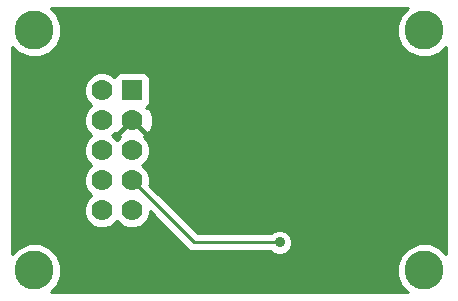
<source format=gbl>
G04 (created by PCBNEW (2013-mar-13)-testing) date Sat 10 Aug 2013 01:32:29 PM PDT*
%MOIN*%
G04 Gerber Fmt 3.4, Leading zero omitted, Abs format*
%FSLAX34Y34*%
G01*
G70*
G90*
G04 APERTURE LIST*
%ADD10C,0.005906*%
%ADD11R,0.070000X0.070000*%
%ADD12C,0.070000*%
%ADD13C,0.130000*%
%ADD14C,0.035000*%
%ADD15C,0.010000*%
G04 APERTURE END LIST*
G54D10*
G54D11*
X44250Y-33000D03*
G54D12*
X43250Y-33000D03*
X44250Y-34000D03*
X43250Y-34000D03*
X44250Y-35000D03*
X43250Y-35000D03*
X44250Y-36000D03*
X43250Y-36000D03*
X44250Y-37000D03*
X43250Y-37000D03*
G54D13*
X41000Y-31000D03*
X54000Y-31000D03*
X41000Y-39000D03*
X54000Y-39000D03*
G54D14*
X49175Y-38065D03*
G54D15*
X46315Y-38065D02*
X44250Y-36000D01*
X49175Y-38065D02*
X46315Y-38065D01*
G54D10*
G36*
X54730Y-38457D02*
X54510Y-38237D01*
X54179Y-38100D01*
X53821Y-38099D01*
X53490Y-38236D01*
X53237Y-38489D01*
X53100Y-38820D01*
X53099Y-39178D01*
X53236Y-39509D01*
X53457Y-39730D01*
X49600Y-39730D01*
X49600Y-37981D01*
X49536Y-37825D01*
X49416Y-37705D01*
X49260Y-37641D01*
X49091Y-37640D01*
X48935Y-37705D01*
X48874Y-37765D01*
X46440Y-37765D01*
X44950Y-36276D01*
X44833Y-36159D01*
X44849Y-36119D01*
X44850Y-35881D01*
X44758Y-35660D01*
X44598Y-35499D01*
X44758Y-35340D01*
X44849Y-35119D01*
X44850Y-34881D01*
X44758Y-34660D01*
X44655Y-34557D01*
X44674Y-34460D01*
X44250Y-34035D01*
X43825Y-34460D01*
X43844Y-34557D01*
X43749Y-34651D01*
X43598Y-34499D01*
X43692Y-34405D01*
X43789Y-34424D01*
X44214Y-34000D01*
X44209Y-33994D01*
X44244Y-33959D01*
X44250Y-33964D01*
X44255Y-33959D01*
X44290Y-33994D01*
X44285Y-34000D01*
X44710Y-34424D01*
X44841Y-34399D01*
X44949Y-34142D01*
X44950Y-33863D01*
X44845Y-33605D01*
X44841Y-33600D01*
X44710Y-33575D01*
X44710Y-33574D01*
X44741Y-33561D01*
X44811Y-33491D01*
X44850Y-33399D01*
X44850Y-33300D01*
X44850Y-32600D01*
X44811Y-32508D01*
X44741Y-32438D01*
X44649Y-32400D01*
X44550Y-32400D01*
X43850Y-32400D01*
X43758Y-32438D01*
X43688Y-32508D01*
X43664Y-32565D01*
X43590Y-32491D01*
X43369Y-32400D01*
X43131Y-32399D01*
X42910Y-32491D01*
X42741Y-32659D01*
X42650Y-32880D01*
X42649Y-33118D01*
X42741Y-33339D01*
X42901Y-33500D01*
X42741Y-33659D01*
X42650Y-33880D01*
X42649Y-34118D01*
X42741Y-34339D01*
X42901Y-34500D01*
X42741Y-34659D01*
X42650Y-34880D01*
X42649Y-35118D01*
X42741Y-35339D01*
X42901Y-35500D01*
X42741Y-35659D01*
X42650Y-35880D01*
X42649Y-36118D01*
X42741Y-36339D01*
X42901Y-36500D01*
X42741Y-36659D01*
X42650Y-36880D01*
X42649Y-37118D01*
X42741Y-37339D01*
X42909Y-37508D01*
X43130Y-37599D01*
X43368Y-37600D01*
X43589Y-37508D01*
X43750Y-37348D01*
X43909Y-37508D01*
X44130Y-37599D01*
X44368Y-37600D01*
X44589Y-37508D01*
X44758Y-37340D01*
X44849Y-37119D01*
X44849Y-37024D01*
X46103Y-38278D01*
X46201Y-38343D01*
X46315Y-38365D01*
X48874Y-38365D01*
X48934Y-38426D01*
X49090Y-38490D01*
X49259Y-38491D01*
X49415Y-38426D01*
X49535Y-38307D01*
X49600Y-38150D01*
X49600Y-37981D01*
X49600Y-39730D01*
X41542Y-39730D01*
X41762Y-39510D01*
X41899Y-39179D01*
X41900Y-38821D01*
X41763Y-38490D01*
X41510Y-38237D01*
X41179Y-38100D01*
X40821Y-38099D01*
X40490Y-38236D01*
X40269Y-38457D01*
X40269Y-31542D01*
X40489Y-31762D01*
X40820Y-31899D01*
X41178Y-31900D01*
X41509Y-31763D01*
X41762Y-31510D01*
X41899Y-31179D01*
X41900Y-30821D01*
X41763Y-30490D01*
X41542Y-30269D01*
X53457Y-30269D01*
X53237Y-30489D01*
X53100Y-30820D01*
X53099Y-31178D01*
X53236Y-31509D01*
X53489Y-31762D01*
X53820Y-31899D01*
X54178Y-31900D01*
X54509Y-31763D01*
X54730Y-31542D01*
X54730Y-38457D01*
X54730Y-38457D01*
G37*
G54D15*
X54730Y-38457D02*
X54510Y-38237D01*
X54179Y-38100D01*
X53821Y-38099D01*
X53490Y-38236D01*
X53237Y-38489D01*
X53100Y-38820D01*
X53099Y-39178D01*
X53236Y-39509D01*
X53457Y-39730D01*
X49600Y-39730D01*
X49600Y-37981D01*
X49536Y-37825D01*
X49416Y-37705D01*
X49260Y-37641D01*
X49091Y-37640D01*
X48935Y-37705D01*
X48874Y-37765D01*
X46440Y-37765D01*
X44950Y-36276D01*
X44833Y-36159D01*
X44849Y-36119D01*
X44850Y-35881D01*
X44758Y-35660D01*
X44598Y-35499D01*
X44758Y-35340D01*
X44849Y-35119D01*
X44850Y-34881D01*
X44758Y-34660D01*
X44655Y-34557D01*
X44674Y-34460D01*
X44250Y-34035D01*
X43825Y-34460D01*
X43844Y-34557D01*
X43749Y-34651D01*
X43598Y-34499D01*
X43692Y-34405D01*
X43789Y-34424D01*
X44214Y-34000D01*
X44209Y-33994D01*
X44244Y-33959D01*
X44250Y-33964D01*
X44255Y-33959D01*
X44290Y-33994D01*
X44285Y-34000D01*
X44710Y-34424D01*
X44841Y-34399D01*
X44949Y-34142D01*
X44950Y-33863D01*
X44845Y-33605D01*
X44841Y-33600D01*
X44710Y-33575D01*
X44710Y-33574D01*
X44741Y-33561D01*
X44811Y-33491D01*
X44850Y-33399D01*
X44850Y-33300D01*
X44850Y-32600D01*
X44811Y-32508D01*
X44741Y-32438D01*
X44649Y-32400D01*
X44550Y-32400D01*
X43850Y-32400D01*
X43758Y-32438D01*
X43688Y-32508D01*
X43664Y-32565D01*
X43590Y-32491D01*
X43369Y-32400D01*
X43131Y-32399D01*
X42910Y-32491D01*
X42741Y-32659D01*
X42650Y-32880D01*
X42649Y-33118D01*
X42741Y-33339D01*
X42901Y-33500D01*
X42741Y-33659D01*
X42650Y-33880D01*
X42649Y-34118D01*
X42741Y-34339D01*
X42901Y-34500D01*
X42741Y-34659D01*
X42650Y-34880D01*
X42649Y-35118D01*
X42741Y-35339D01*
X42901Y-35500D01*
X42741Y-35659D01*
X42650Y-35880D01*
X42649Y-36118D01*
X42741Y-36339D01*
X42901Y-36500D01*
X42741Y-36659D01*
X42650Y-36880D01*
X42649Y-37118D01*
X42741Y-37339D01*
X42909Y-37508D01*
X43130Y-37599D01*
X43368Y-37600D01*
X43589Y-37508D01*
X43750Y-37348D01*
X43909Y-37508D01*
X44130Y-37599D01*
X44368Y-37600D01*
X44589Y-37508D01*
X44758Y-37340D01*
X44849Y-37119D01*
X44849Y-37024D01*
X46103Y-38278D01*
X46201Y-38343D01*
X46315Y-38365D01*
X48874Y-38365D01*
X48934Y-38426D01*
X49090Y-38490D01*
X49259Y-38491D01*
X49415Y-38426D01*
X49535Y-38307D01*
X49600Y-38150D01*
X49600Y-37981D01*
X49600Y-39730D01*
X41542Y-39730D01*
X41762Y-39510D01*
X41899Y-39179D01*
X41900Y-38821D01*
X41763Y-38490D01*
X41510Y-38237D01*
X41179Y-38100D01*
X40821Y-38099D01*
X40490Y-38236D01*
X40269Y-38457D01*
X40269Y-31542D01*
X40489Y-31762D01*
X40820Y-31899D01*
X41178Y-31900D01*
X41509Y-31763D01*
X41762Y-31510D01*
X41899Y-31179D01*
X41900Y-30821D01*
X41763Y-30490D01*
X41542Y-30269D01*
X53457Y-30269D01*
X53237Y-30489D01*
X53100Y-30820D01*
X53099Y-31178D01*
X53236Y-31509D01*
X53489Y-31762D01*
X53820Y-31899D01*
X54178Y-31900D01*
X54509Y-31763D01*
X54730Y-31542D01*
X54730Y-38457D01*
M02*

</source>
